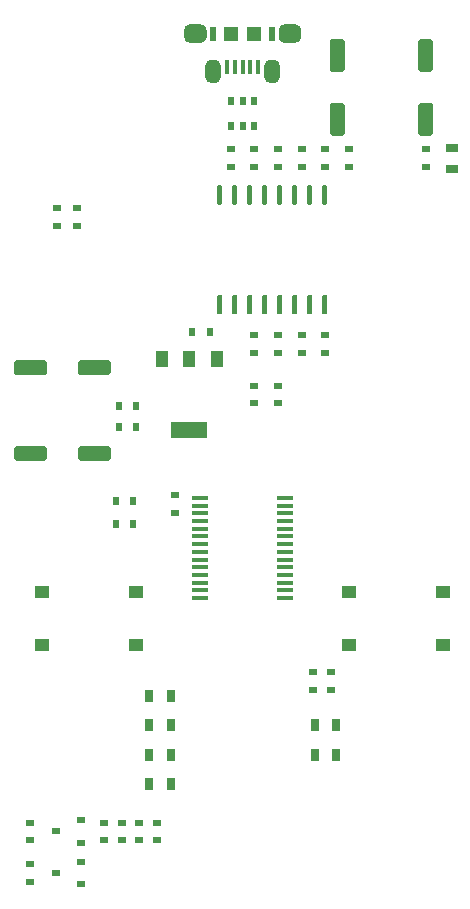
<source format=gbr>
%TF.GenerationSoftware,KiCad,Pcbnew,(5.1.10)-1*%
%TF.CreationDate,2021-10-19T08:52:40+02:00*%
%TF.ProjectId,EspOptoProg,4573704f-7074-46f5-9072-6f672e6b6963,rev?*%
%TF.SameCoordinates,Original*%
%TF.FileFunction,Paste,Top*%
%TF.FilePolarity,Positive*%
%FSLAX46Y46*%
G04 Gerber Fmt 4.6, Leading zero omitted, Abs format (unit mm)*
G04 Created by KiCad (PCBNEW (5.1.10)-1) date 2021-10-19 08:52:40*
%MOMM*%
%LPD*%
G01*
G04 APERTURE LIST*
%ADD10R,1.320000X0.320000*%
%ADD11R,0.480000X0.760000*%
%ADD12R,0.800608X0.560000*%
%ADD13R,0.760000X0.480000*%
%ADD14R,0.640000X1.120000*%
%ADD15R,3.039872X1.440688*%
%ADD16R,1.040384X1.440688*%
%ADD17R,0.560000X1.200000*%
%ADD18R,1.200000X1.200000*%
%ADD19O,0.720000X1.240000*%
%ADD20O,1.040000X0.800000*%
%ADD21R,0.360000X1.280000*%
%ADD22R,1.240000X1.040000*%
%ADD23R,1.120000X0.640000*%
%ADD24R,0.479552X0.800608*%
G04 APERTURE END LIST*
%TO.C,U20*%
G36*
G01*
X26825000Y56420000D02*
X27065000Y56420000D01*
G75*
G02*
X27185000Y56300000I0J-120000D01*
G01*
X27185000Y54900000D01*
G75*
G02*
X27065000Y54780000I-120000J0D01*
G01*
X26825000Y54780000D01*
G75*
G02*
X26705000Y54900000I0J120000D01*
G01*
X26705000Y56300000D01*
G75*
G02*
X26825000Y56420000I120000J0D01*
G01*
G37*
G36*
G01*
X25555000Y56420000D02*
X25795000Y56420000D01*
G75*
G02*
X25915000Y56300000I0J-120000D01*
G01*
X25915000Y54900000D01*
G75*
G02*
X25795000Y54780000I-120000J0D01*
G01*
X25555000Y54780000D01*
G75*
G02*
X25435000Y54900000I0J120000D01*
G01*
X25435000Y56300000D01*
G75*
G02*
X25555000Y56420000I120000J0D01*
G01*
G37*
G36*
G01*
X24285000Y56420000D02*
X24525000Y56420000D01*
G75*
G02*
X24645000Y56300000I0J-120000D01*
G01*
X24645000Y54900000D01*
G75*
G02*
X24525000Y54780000I-120000J0D01*
G01*
X24285000Y54780000D01*
G75*
G02*
X24165000Y54900000I0J120000D01*
G01*
X24165000Y56300000D01*
G75*
G02*
X24285000Y56420000I120000J0D01*
G01*
G37*
G36*
G01*
X23015000Y56420000D02*
X23255000Y56420000D01*
G75*
G02*
X23375000Y56300000I0J-120000D01*
G01*
X23375000Y54900000D01*
G75*
G02*
X23255000Y54780000I-120000J0D01*
G01*
X23015000Y54780000D01*
G75*
G02*
X22895000Y54900000I0J120000D01*
G01*
X22895000Y56300000D01*
G75*
G02*
X23015000Y56420000I120000J0D01*
G01*
G37*
G36*
G01*
X21745000Y56420000D02*
X21985000Y56420000D01*
G75*
G02*
X22105000Y56300000I0J-120000D01*
G01*
X22105000Y54900000D01*
G75*
G02*
X21985000Y54780000I-120000J0D01*
G01*
X21745000Y54780000D01*
G75*
G02*
X21625000Y54900000I0J120000D01*
G01*
X21625000Y56300000D01*
G75*
G02*
X21745000Y56420000I120000J0D01*
G01*
G37*
G36*
G01*
X20475000Y56420000D02*
X20715000Y56420000D01*
G75*
G02*
X20835000Y56300000I0J-120000D01*
G01*
X20835000Y54900000D01*
G75*
G02*
X20715000Y54780000I-120000J0D01*
G01*
X20475000Y54780000D01*
G75*
G02*
X20355000Y54900000I0J120000D01*
G01*
X20355000Y56300000D01*
G75*
G02*
X20475000Y56420000I120000J0D01*
G01*
G37*
G36*
G01*
X19205000Y56420000D02*
X19445000Y56420000D01*
G75*
G02*
X19565000Y56300000I0J-120000D01*
G01*
X19565000Y54900000D01*
G75*
G02*
X19445000Y54780000I-120000J0D01*
G01*
X19205000Y54780000D01*
G75*
G02*
X19085000Y54900000I0J120000D01*
G01*
X19085000Y56300000D01*
G75*
G02*
X19205000Y56420000I120000J0D01*
G01*
G37*
G36*
G01*
X17935000Y56420000D02*
X18175000Y56420000D01*
G75*
G02*
X18295000Y56300000I0J-120000D01*
G01*
X18295000Y54900000D01*
G75*
G02*
X18175000Y54780000I-120000J0D01*
G01*
X17935000Y54780000D01*
G75*
G02*
X17815000Y54900000I0J120000D01*
G01*
X17815000Y56300000D01*
G75*
G02*
X17935000Y56420000I120000J0D01*
G01*
G37*
G36*
G01*
X17935000Y65720000D02*
X18175000Y65720000D01*
G75*
G02*
X18295000Y65600000I0J-120000D01*
G01*
X18295000Y64200000D01*
G75*
G02*
X18175000Y64080000I-120000J0D01*
G01*
X17935000Y64080000D01*
G75*
G02*
X17815000Y64200000I0J120000D01*
G01*
X17815000Y65600000D01*
G75*
G02*
X17935000Y65720000I120000J0D01*
G01*
G37*
G36*
G01*
X19205000Y65720000D02*
X19445000Y65720000D01*
G75*
G02*
X19565000Y65600000I0J-120000D01*
G01*
X19565000Y64200000D01*
G75*
G02*
X19445000Y64080000I-120000J0D01*
G01*
X19205000Y64080000D01*
G75*
G02*
X19085000Y64200000I0J120000D01*
G01*
X19085000Y65600000D01*
G75*
G02*
X19205000Y65720000I120000J0D01*
G01*
G37*
G36*
G01*
X20475000Y65720000D02*
X20715000Y65720000D01*
G75*
G02*
X20835000Y65600000I0J-120000D01*
G01*
X20835000Y64200000D01*
G75*
G02*
X20715000Y64080000I-120000J0D01*
G01*
X20475000Y64080000D01*
G75*
G02*
X20355000Y64200000I0J120000D01*
G01*
X20355000Y65600000D01*
G75*
G02*
X20475000Y65720000I120000J0D01*
G01*
G37*
G36*
G01*
X21745000Y65720000D02*
X21985000Y65720000D01*
G75*
G02*
X22105000Y65600000I0J-120000D01*
G01*
X22105000Y64200000D01*
G75*
G02*
X21985000Y64080000I-120000J0D01*
G01*
X21745000Y64080000D01*
G75*
G02*
X21625000Y64200000I0J120000D01*
G01*
X21625000Y65600000D01*
G75*
G02*
X21745000Y65720000I120000J0D01*
G01*
G37*
G36*
G01*
X23015000Y65720000D02*
X23255000Y65720000D01*
G75*
G02*
X23375000Y65600000I0J-120000D01*
G01*
X23375000Y64200000D01*
G75*
G02*
X23255000Y64080000I-120000J0D01*
G01*
X23015000Y64080000D01*
G75*
G02*
X22895000Y64200000I0J120000D01*
G01*
X22895000Y65600000D01*
G75*
G02*
X23015000Y65720000I120000J0D01*
G01*
G37*
G36*
G01*
X24285000Y65720000D02*
X24525000Y65720000D01*
G75*
G02*
X24645000Y65600000I0J-120000D01*
G01*
X24645000Y64200000D01*
G75*
G02*
X24525000Y64080000I-120000J0D01*
G01*
X24285000Y64080000D01*
G75*
G02*
X24165000Y64200000I0J120000D01*
G01*
X24165000Y65600000D01*
G75*
G02*
X24285000Y65720000I120000J0D01*
G01*
G37*
G36*
G01*
X25555000Y65720000D02*
X25795000Y65720000D01*
G75*
G02*
X25915000Y65600000I0J-120000D01*
G01*
X25915000Y64200000D01*
G75*
G02*
X25795000Y64080000I-120000J0D01*
G01*
X25555000Y64080000D01*
G75*
G02*
X25435000Y64200000I0J120000D01*
G01*
X25435000Y65600000D01*
G75*
G02*
X25555000Y65720000I120000J0D01*
G01*
G37*
G36*
G01*
X26825000Y65720000D02*
X27065000Y65720000D01*
G75*
G02*
X27185000Y65600000I0J-120000D01*
G01*
X27185000Y64200000D01*
G75*
G02*
X27065000Y64080000I-120000J0D01*
G01*
X26825000Y64080000D01*
G75*
G02*
X26705000Y64200000I0J120000D01*
G01*
X26705000Y65600000D01*
G75*
G02*
X26825000Y65720000I120000J0D01*
G01*
G37*
%TD*%
D10*
%TO.C,U30*%
X16400000Y37925000D03*
X16400000Y38575000D03*
X16400000Y39225000D03*
X23600000Y39225000D03*
X23600000Y38575000D03*
X23600000Y37925000D03*
X23600000Y32075000D03*
X23600000Y31425000D03*
X23600000Y30775000D03*
X16400000Y30775000D03*
X16400000Y31425000D03*
X16400000Y32075000D03*
X16400000Y33375000D03*
X23600000Y37275000D03*
X16400000Y34025000D03*
X16400000Y34675000D03*
X16400000Y35325000D03*
X16400000Y35975000D03*
X16400000Y36625000D03*
X16400000Y37275000D03*
X23600000Y34025000D03*
X23600000Y33375000D03*
X23600000Y32725000D03*
X16400000Y32725000D03*
X23600000Y36625000D03*
X23600000Y35975000D03*
X23600000Y35325000D03*
X23600000Y34675000D03*
%TD*%
%TO.C,C53*%
G36*
G01*
X35940000Y75300000D02*
X35060000Y75300000D01*
G75*
G02*
X34860000Y75500000I0J200000D01*
G01*
X34860000Y77900000D01*
G75*
G02*
X35060000Y78100000I200000J0D01*
G01*
X35940000Y78100000D01*
G75*
G02*
X36140000Y77900000I0J-200000D01*
G01*
X36140000Y75500000D01*
G75*
G02*
X35940000Y75300000I-200000J0D01*
G01*
G37*
G36*
G01*
X35940000Y69900000D02*
X35060000Y69900000D01*
G75*
G02*
X34860000Y70100000I0J200000D01*
G01*
X34860000Y72500000D01*
G75*
G02*
X35060000Y72700000I200000J0D01*
G01*
X35940000Y72700000D01*
G75*
G02*
X36140000Y72500000I0J-200000D01*
G01*
X36140000Y70100000D01*
G75*
G02*
X35940000Y69900000I-200000J0D01*
G01*
G37*
%TD*%
D11*
%TO.C,C57*%
X10750000Y39000000D03*
X9250000Y39000000D03*
%TD*%
%TO.C,C56*%
X10750000Y37000000D03*
X9250000Y37000000D03*
%TD*%
%TO.C,C55*%
G36*
G01*
X3450000Y43440000D02*
X3450000Y42560000D01*
G75*
G02*
X3250000Y42360000I-200000J0D01*
G01*
X850000Y42360000D01*
G75*
G02*
X650000Y42560000I0J200000D01*
G01*
X650000Y43440000D01*
G75*
G02*
X850000Y43640000I200000J0D01*
G01*
X3250000Y43640000D01*
G75*
G02*
X3450000Y43440000I0J-200000D01*
G01*
G37*
G36*
G01*
X8850000Y43440000D02*
X8850000Y42560000D01*
G75*
G02*
X8650000Y42360000I-200000J0D01*
G01*
X6250000Y42360000D01*
G75*
G02*
X6050000Y42560000I0J200000D01*
G01*
X6050000Y43440000D01*
G75*
G02*
X6250000Y43640000I200000J0D01*
G01*
X8650000Y43640000D01*
G75*
G02*
X8850000Y43440000I0J-200000D01*
G01*
G37*
%TD*%
%TO.C,C54*%
G36*
G01*
X3450000Y50690000D02*
X3450000Y49810000D01*
G75*
G02*
X3250000Y49610000I-200000J0D01*
G01*
X850000Y49610000D01*
G75*
G02*
X650000Y49810000I0J200000D01*
G01*
X650000Y50690000D01*
G75*
G02*
X850000Y50890000I200000J0D01*
G01*
X3250000Y50890000D01*
G75*
G02*
X3450000Y50690000I0J-200000D01*
G01*
G37*
G36*
G01*
X8850000Y50690000D02*
X8850000Y49810000D01*
G75*
G02*
X8650000Y49610000I-200000J0D01*
G01*
X6250000Y49610000D01*
G75*
G02*
X6050000Y49810000I0J200000D01*
G01*
X6050000Y50690000D01*
G75*
G02*
X6250000Y50890000I200000J0D01*
G01*
X8650000Y50890000D01*
G75*
G02*
X8850000Y50690000I0J-200000D01*
G01*
G37*
%TD*%
%TO.C,C52*%
G36*
G01*
X28440000Y75300000D02*
X27560000Y75300000D01*
G75*
G02*
X27360000Y75500000I0J200000D01*
G01*
X27360000Y77900000D01*
G75*
G02*
X27560000Y78100000I200000J0D01*
G01*
X28440000Y78100000D01*
G75*
G02*
X28640000Y77900000I0J-200000D01*
G01*
X28640000Y75500000D01*
G75*
G02*
X28440000Y75300000I-200000J0D01*
G01*
G37*
G36*
G01*
X28440000Y69900000D02*
X27560000Y69900000D01*
G75*
G02*
X27360000Y70100000I0J200000D01*
G01*
X27360000Y72500000D01*
G75*
G02*
X27560000Y72700000I200000J0D01*
G01*
X28440000Y72700000D01*
G75*
G02*
X28640000Y72500000I0J-200000D01*
G01*
X28640000Y70100000D01*
G75*
G02*
X28440000Y69900000I-200000J0D01*
G01*
G37*
%TD*%
D12*
%TO.C,T71*%
X6306640Y8452500D03*
X4193360Y7500000D03*
X6306640Y6547500D03*
%TD*%
%TO.C,T70*%
X6306640Y11952500D03*
X4193360Y11000000D03*
X6306640Y10047500D03*
%TD*%
D13*
%TO.C,R76*%
X9750000Y11750000D03*
X9750000Y10250000D03*
%TD*%
%TO.C,R75*%
X2000000Y6750000D03*
X2000000Y8250000D03*
%TD*%
%TO.C,R74*%
X12750000Y11750000D03*
X12750000Y10250000D03*
%TD*%
%TO.C,R73*%
X2000000Y10250000D03*
X2000000Y11750000D03*
%TD*%
D14*
%TO.C,D74*%
X13900000Y20000000D03*
X12100000Y20000000D03*
%TD*%
%TO.C,D73*%
X13900000Y17500000D03*
X12100000Y17500000D03*
%TD*%
D15*
%TO.C,U60*%
X15500000Y45000260D03*
D16*
X13198760Y50999740D03*
X15500000Y50999740D03*
X17801240Y50999740D03*
%TD*%
D13*
%TO.C,R72*%
X8250000Y11750000D03*
X8250000Y10250000D03*
%TD*%
%TO.C,R71*%
X11250000Y11750000D03*
X11250000Y10250000D03*
%TD*%
%TO.C,R70*%
X35500000Y68750000D03*
X35500000Y67250000D03*
%TD*%
%TO.C,R33*%
X26000000Y24500000D03*
X26000000Y23000000D03*
%TD*%
%TO.C,R32*%
X27500000Y24500000D03*
X27500000Y23000000D03*
%TD*%
%TO.C,R31*%
X21000000Y48750000D03*
X21000000Y47250000D03*
%TD*%
%TO.C,R30*%
X23000000Y47250000D03*
X23000000Y48750000D03*
%TD*%
%TO.C,R27*%
X27000000Y53000000D03*
X27000000Y51500000D03*
%TD*%
%TO.C,R26*%
X25000000Y51500000D03*
X25000000Y53000000D03*
%TD*%
%TO.C,R25*%
X21000000Y53000000D03*
X21000000Y51500000D03*
%TD*%
%TO.C,R24*%
X23000000Y51500000D03*
X23000000Y53000000D03*
%TD*%
%TO.C,R23*%
X25000000Y67250000D03*
X25000000Y68750000D03*
%TD*%
%TO.C,R22*%
X23000000Y68750000D03*
X23000000Y67250000D03*
%TD*%
%TO.C,R21*%
X29000000Y67250000D03*
X29000000Y68750000D03*
%TD*%
%TO.C,R20*%
X27000000Y68750000D03*
X27000000Y67250000D03*
%TD*%
%TO.C,R11*%
X19000000Y67250000D03*
X19000000Y68750000D03*
%TD*%
%TO.C,R10*%
X21000000Y67250000D03*
X21000000Y68750000D03*
%TD*%
%TO.C,K10*%
G36*
G01*
X24950000Y78875501D02*
X24950000Y78224499D01*
G75*
G02*
X24500501Y77775000I-449499J0D01*
G01*
X23499499Y77775000D01*
G75*
G02*
X23050000Y78224499I0J449499D01*
G01*
X23050000Y78875501D01*
G75*
G02*
X23499499Y79325000I449499J0D01*
G01*
X24500501Y79325000D01*
G75*
G02*
X24950000Y78875501I0J-449499D01*
G01*
G37*
G36*
G01*
X16950000Y78875501D02*
X16950000Y78224499D01*
G75*
G02*
X16500501Y77775000I-449499J0D01*
G01*
X15499499Y77775000D01*
G75*
G02*
X15050000Y78224499I0J449499D01*
G01*
X15050000Y78875501D01*
G75*
G02*
X15499499Y79325000I449499J0D01*
G01*
X16500501Y79325000D01*
G75*
G02*
X16950000Y78875501I0J-449499D01*
G01*
G37*
G36*
G01*
X23150000Y75849500D02*
X23150000Y74850500D01*
G75*
G02*
X22649500Y74350000I-500500J0D01*
G01*
X22350500Y74350000D01*
G75*
G02*
X21850000Y74850500I0J500500D01*
G01*
X21850000Y75849500D01*
G75*
G02*
X22350500Y76350000I500500J0D01*
G01*
X22649500Y76350000D01*
G75*
G02*
X23150000Y75849500I0J-500500D01*
G01*
G37*
G36*
G01*
X18150000Y75849500D02*
X18150000Y74850500D01*
G75*
G02*
X17649500Y74350000I-500500J0D01*
G01*
X17350500Y74350000D01*
G75*
G02*
X16850000Y74850500I0J500500D01*
G01*
X16850000Y75849500D01*
G75*
G02*
X17350500Y76350000I500500J0D01*
G01*
X17649500Y76350000D01*
G75*
G02*
X18150000Y75849500I0J-500500D01*
G01*
G37*
D17*
X22500000Y78550000D03*
X17500000Y78550000D03*
D18*
X21000000Y78550000D03*
X19000000Y78550000D03*
D19*
X16500000Y78550000D03*
D20*
X22500000Y75850000D03*
X17500000Y75850000D03*
D19*
X23500000Y78550000D03*
D21*
X18700000Y75750000D03*
X19350000Y75750000D03*
X20000000Y75750000D03*
X20650000Y75750000D03*
X21300000Y75750000D03*
%TD*%
D22*
%TO.C,J32*%
X29020000Y31250000D03*
X29020000Y26750000D03*
X36980000Y26750000D03*
X36980000Y31250000D03*
%TD*%
%TO.C,J31*%
X3020000Y31250000D03*
X3020000Y26750000D03*
X10980000Y26750000D03*
X10980000Y31250000D03*
%TD*%
D14*
%TO.C,D72*%
X13900000Y22500000D03*
X12100000Y22500000D03*
%TD*%
%TO.C,D71*%
X13900000Y15000000D03*
X12100000Y15000000D03*
%TD*%
D23*
%TO.C,D70*%
X37750000Y68900000D03*
X37750000Y67100000D03*
%TD*%
D14*
%TO.C,D31*%
X27900000Y17500000D03*
X26100000Y17500000D03*
%TD*%
%TO.C,D30*%
X27900000Y20000000D03*
X26100000Y20000000D03*
%TD*%
D24*
%TO.C,D10*%
X20000000Y70693360D03*
X20952500Y70693360D03*
X19047500Y70693360D03*
X20000000Y72806640D03*
X19047500Y72806640D03*
X20952500Y72806640D03*
%TD*%
D11*
%TO.C,C62*%
X15750000Y53250000D03*
X17250000Y53250000D03*
%TD*%
%TO.C,C61*%
X9500000Y47000000D03*
X11000000Y47000000D03*
%TD*%
%TO.C,C60*%
X9500000Y45250000D03*
X11000000Y45250000D03*
%TD*%
D13*
%TO.C,C51*%
X6000000Y62250000D03*
X6000000Y63750000D03*
%TD*%
%TO.C,C50*%
X4250000Y62250000D03*
X4250000Y63750000D03*
%TD*%
%TO.C,C30*%
X14250000Y38000000D03*
X14250000Y39500000D03*
%TD*%
M02*

</source>
